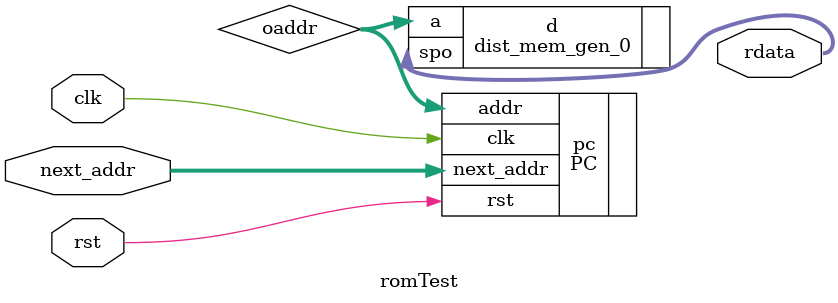
<source format=v>
`timescale 1ns / 1ps


module romTest(
    input [5:0] next_addr,
    input clk,
    input rst,
    output [31:0] rdata
    );
    wire [5:0]oaddr;
    PC pc(.next_addr(next_addr),.clk(clk),.rst(rst),.addr(oaddr));   
    dist_mem_gen_0 d(.a(oaddr),.spo(rdata));
endmodule

</source>
